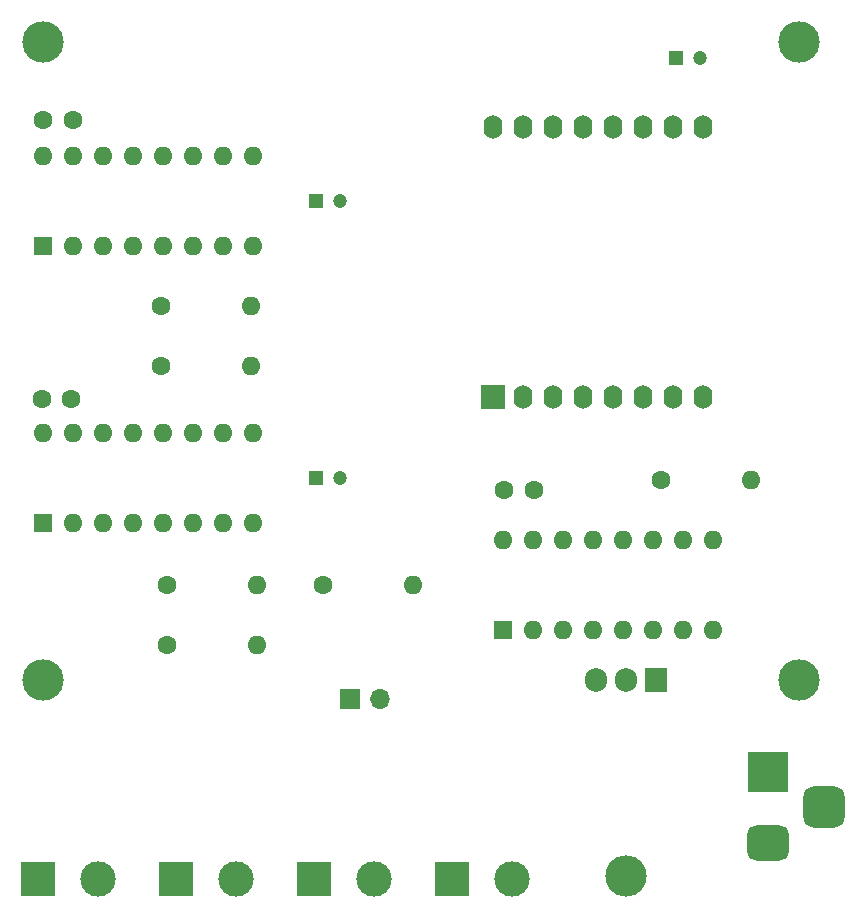
<source format=gbs>
%TF.GenerationSoftware,KiCad,Pcbnew,(6.0.2-0)*%
%TF.CreationDate,2022-08-15T15:03:28+01:00*%
%TF.ProjectId,esp8266_sprinkler_controller,65737038-3236-4365-9f73-7072696e6b6c,rev?*%
%TF.SameCoordinates,Original*%
%TF.FileFunction,Soldermask,Bot*%
%TF.FilePolarity,Negative*%
%FSLAX46Y46*%
G04 Gerber Fmt 4.6, Leading zero omitted, Abs format (unit mm)*
G04 Created by KiCad (PCBNEW (6.0.2-0)) date 2022-08-15 15:03:28*
%MOMM*%
%LPD*%
G01*
G04 APERTURE LIST*
G04 Aperture macros list*
%AMRoundRect*
0 Rectangle with rounded corners*
0 $1 Rounding radius*
0 $2 $3 $4 $5 $6 $7 $8 $9 X,Y pos of 4 corners*
0 Add a 4 corners polygon primitive as box body*
4,1,4,$2,$3,$4,$5,$6,$7,$8,$9,$2,$3,0*
0 Add four circle primitives for the rounded corners*
1,1,$1+$1,$2,$3*
1,1,$1+$1,$4,$5*
1,1,$1+$1,$6,$7*
1,1,$1+$1,$8,$9*
0 Add four rect primitives between the rounded corners*
20,1,$1+$1,$2,$3,$4,$5,0*
20,1,$1+$1,$4,$5,$6,$7,0*
20,1,$1+$1,$6,$7,$8,$9,0*
20,1,$1+$1,$8,$9,$2,$3,0*%
G04 Aperture macros list end*
%ADD10C,3.500000*%
%ADD11C,1.600000*%
%ADD12O,1.600000X1.600000*%
%ADD13R,1.600000X1.600000*%
%ADD14R,3.000000X3.000000*%
%ADD15C,3.000000*%
%ADD16R,1.200000X1.200000*%
%ADD17C,1.200000*%
%ADD18R,2.000000X2.000000*%
%ADD19O,1.600000X2.000000*%
%ADD20O,3.500000X3.500000*%
%ADD21R,1.905000X2.000000*%
%ADD22O,1.905000X2.000000*%
%ADD23R,3.500000X3.500000*%
%ADD24RoundRect,0.750000X1.000000X-0.750000X1.000000X0.750000X-1.000000X0.750000X-1.000000X-0.750000X0*%
%ADD25RoundRect,0.875000X0.875000X-0.875000X0.875000X0.875000X-0.875000X0.875000X-0.875000X-0.875000X0*%
%ADD26R,1.700000X1.700000*%
%ADD27O,1.700000X1.700000*%
G04 APERTURE END LIST*
D10*
%TO.C,REF\u002A\u002A*%
X68000000Y-45000000D03*
%TD*%
%TO.C,REF\u002A\u002A*%
X68000000Y-99000000D03*
%TD*%
%TO.C,REF\u002A\u002A*%
X132000000Y-99000000D03*
%TD*%
%TO.C,REF\u002A\u002A*%
X132000000Y-45000000D03*
%TD*%
D11*
%TO.C,R3*%
X78486000Y-90932000D03*
D12*
X86106000Y-90932000D03*
%TD*%
D13*
%TO.C,U4*%
X67960000Y-85715000D03*
D12*
X70500000Y-85715000D03*
X73040000Y-85715000D03*
X75580000Y-85715000D03*
X78120000Y-85715000D03*
X80660000Y-85715000D03*
X83200000Y-85715000D03*
X85740000Y-85715000D03*
X85740000Y-78095000D03*
X83200000Y-78095000D03*
X80660000Y-78095000D03*
X78120000Y-78095000D03*
X75580000Y-78095000D03*
X73040000Y-78095000D03*
X70500000Y-78095000D03*
X67960000Y-78095000D03*
%TD*%
D14*
%TO.C,J2*%
X67564000Y-115824000D03*
D15*
X72644000Y-115824000D03*
%TD*%
D13*
%TO.C,U5*%
X67960000Y-62220000D03*
D12*
X70500000Y-62220000D03*
X73040000Y-62220000D03*
X75580000Y-62220000D03*
X78120000Y-62220000D03*
X80660000Y-62220000D03*
X83200000Y-62220000D03*
X85740000Y-62220000D03*
X85740000Y-54600000D03*
X83200000Y-54600000D03*
X80660000Y-54600000D03*
X78120000Y-54600000D03*
X75580000Y-54600000D03*
X73040000Y-54600000D03*
X70500000Y-54600000D03*
X67960000Y-54600000D03*
%TD*%
D16*
%TO.C,C4*%
X91102400Y-81915000D03*
D17*
X93102400Y-81915000D03*
%TD*%
D11*
%TO.C,R1*%
X91694000Y-90932000D03*
D12*
X99314000Y-90932000D03*
%TD*%
D18*
%TO.C,U2*%
X106045000Y-75080000D03*
D19*
X108585000Y-75080000D03*
X111125000Y-75080000D03*
X113665000Y-75080000D03*
X116205000Y-75080000D03*
X118745000Y-75080000D03*
X121285000Y-75080000D03*
X123825000Y-75080000D03*
X123825000Y-52220000D03*
X121285000Y-52220000D03*
X118745000Y-52220000D03*
X116205000Y-52220000D03*
X113665000Y-52220000D03*
X111125000Y-52220000D03*
X108585000Y-52220000D03*
X106045000Y-52220000D03*
%TD*%
D11*
%TO.C,R4*%
X78486000Y-96012000D03*
D12*
X86106000Y-96012000D03*
%TD*%
D11*
%TO.C,R2*%
X120269000Y-82042000D03*
D12*
X127889000Y-82042000D03*
%TD*%
D13*
%TO.C,U3*%
X106949000Y-94732000D03*
D12*
X109489000Y-94732000D03*
X112029000Y-94732000D03*
X114569000Y-94732000D03*
X117109000Y-94732000D03*
X119649000Y-94732000D03*
X122189000Y-94732000D03*
X124729000Y-94732000D03*
X124729000Y-87112000D03*
X122189000Y-87112000D03*
X119649000Y-87112000D03*
X117109000Y-87112000D03*
X114569000Y-87112000D03*
X112029000Y-87112000D03*
X109489000Y-87112000D03*
X106949000Y-87112000D03*
%TD*%
D11*
%TO.C,R6*%
X77978000Y-72390000D03*
D12*
X85598000Y-72390000D03*
%TD*%
D20*
%TO.C,U1*%
X117348000Y-115634000D03*
D21*
X119888000Y-98974000D03*
D22*
X117348000Y-98974000D03*
X114808000Y-98974000D03*
%TD*%
D14*
%TO.C,J3*%
X79248000Y-115824000D03*
D15*
X84328000Y-115824000D03*
%TD*%
D11*
%TO.C,C2*%
X106994000Y-82931000D03*
X109494000Y-82931000D03*
%TD*%
D23*
%TO.C,J1*%
X129344500Y-106776000D03*
D24*
X129344500Y-112776000D03*
D25*
X134044500Y-109776000D03*
%TD*%
D16*
%TO.C,C1*%
X121582400Y-46355000D03*
D17*
X123582400Y-46355000D03*
%TD*%
D16*
%TO.C,C6*%
X91102400Y-58420000D03*
D17*
X93102400Y-58420000D03*
%TD*%
D11*
%TO.C,C3*%
X67838000Y-75184000D03*
X70338000Y-75184000D03*
%TD*%
%TO.C,C5*%
X67965000Y-51562000D03*
X70465000Y-51562000D03*
%TD*%
D26*
%TO.C,SW1*%
X93980000Y-100584000D03*
D27*
X96520000Y-100584000D03*
%TD*%
D14*
%TO.C,J4*%
X90932000Y-115824000D03*
D15*
X96012000Y-115824000D03*
%TD*%
D11*
%TO.C,R5*%
X77978000Y-67310000D03*
D12*
X85598000Y-67310000D03*
%TD*%
D15*
%TO.C,J5*%
X107696000Y-115824000D03*
D14*
X102616000Y-115824000D03*
%TD*%
M02*

</source>
